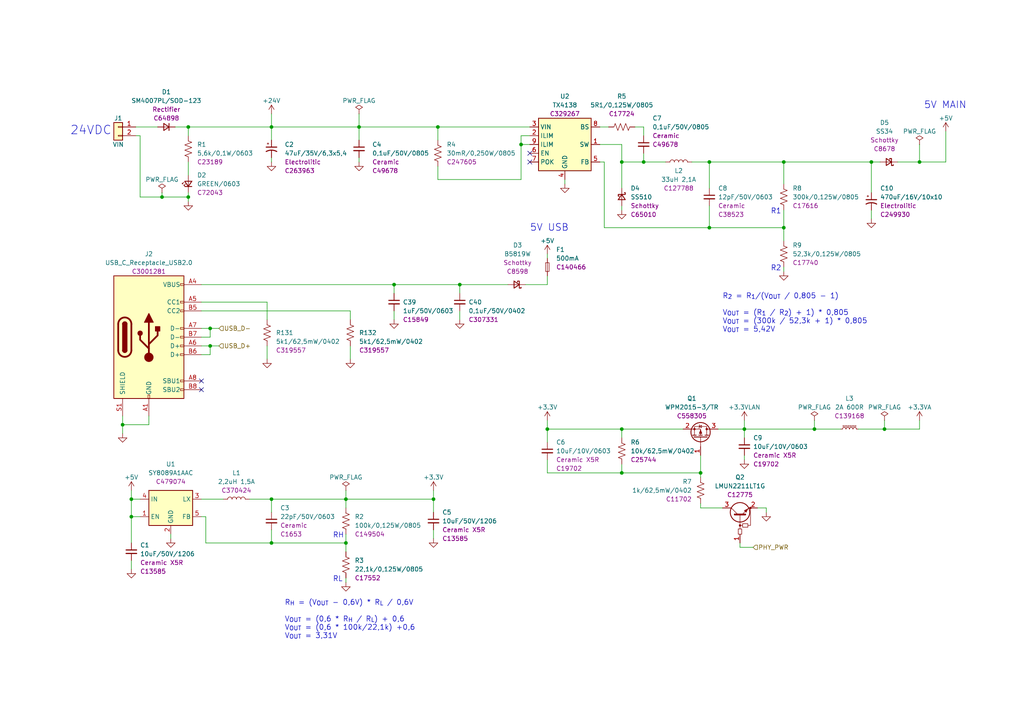
<source format=kicad_sch>
(kicad_sch (version 20230121) (generator eeschema)
  (paper "A4")
  (title_block (title "ESP 16x 24VDC Input 16x 24VDC Output Module") (date "2023-05-05") (rev "V3"))
  (lib_symbols
    (symbol "Connector:USB_C_Receptacle_USB2.0" (pin_names (offset 1.016))
      (property "Reference" "J" (at -10.16 19.05 0))
      (property "Value" "USB_C_Receptacle_USB2.0" (at 19.05 19.05 0))
      (symbol "USB_C_Receptacle_USB2.0_1_1"
        (pin passive line (at 0 -22.86 90) (length 5.08) (name "GND") (number "A1"))
        (pin passive line (at 0 -22.86 90) (length 5.08) hide (name "GND") (number "A12"))
        (pin passive line (at 15.24 15.24 180) (length 5.08) (name "VBUS") (number "A4"))
        (pin bidirectional line (at 15.24 10.16 180) (length 5.08) (name "CC1") (number "A5"))
        (pin bidirectional line (at 15.24 -2.54 180) (length 5.08) (name "D+") (number "A6"))
        (pin bidirectional line (at 15.24 2.54 180) (length 5.08) (name "D-") (number "A7"))
        (pin bidirectional line (at 15.24 -12.7 180) (length 5.08) (name "SBU1") (number "A8"))
        (pin passive line (at 15.24 15.24 180) (length 5.08) hide (name "VBUS") (number "A9"))
        (pin passive line (at 0 -22.86 90) (length 5.08) hide (name "GND") (number "B1"))
        (pin passive line (at 0 -22.86 90) (length 5.08) hide (name "GND") (number "B12"))
        (pin passive line (at 15.24 15.24 180) (length 5.08) hide (name "VBUS") (number "B4"))
        (pin bidirectional line (at 15.24 7.62 180) (length 5.08) (name "CC2") (number "B5"))
        (pin bidirectional line (at 15.24 -5.08 180) (length 5.08) (name "D+") (number "B6"))
        (pin bidirectional line (at 15.24 0 180) (length 5.08) (name "D-") (number "B7"))
        (pin bidirectional line (at 15.24 -15.24 180) (length 5.08) (name "SBU2") (number "B8"))
        (pin passive line (at 15.24 15.24 180) (length 5.08) hide (name "VBUS") (number "B9"))
        (pin passive line (at -7.62 -22.86 90) (length 5.08) (name "SHIELD") (number "S1"))
      )
    )
    (symbol "Connector_Generic:Conn_01x02" (pin_names (offset 1.016) hide)
      (property "Reference" "J" (at 0 2.54 0))
      (property "Value" "Conn_01x02" (at 0 -5.08 0))
      (symbol "Conn_01x02_1_1"
        (pin passive line (at -5.08 0 0) (length 3.81) (name "Pin_1") (number "1"))
        (pin passive line (at -5.08 -2.54 0) (length 3.81) (name "Pin_2") (number "2"))
      )
    )
    (symbol "Device:C_Polarized_Small_US" (pin_numbers hide) (pin_names (offset 0.254) hide)
      (property "Reference" "C" (at 0.254 1.778 0))
      (property "Value" "C_Polarized_Small_US" (at 0.254 -2.032 0))
      (symbol "C_Polarized_Small_US_1_1"
        (pin passive line (at 0 2.54 270) (length 2.032) (name "~") (number "1"))
        (pin passive line (at 0 -2.54 90) (length 2.032) (name "~") (number "2"))
      )
    )
    (symbol "Device:C_Small" (pin_numbers hide) (pin_names (offset 0.254) hide)
      (property "Reference" "C" (at 0.254 1.778 0))
      (property "Value" "C_Small" (at 0.254 -2.032 0))
      (symbol "C_Small_1_1"
        (pin passive line (at 0 2.54 270) (length 2.032) (name "~") (number "1"))
        (pin passive line (at 0 -2.54 90) (length 2.032) (name "~") (number "2"))
      )
    )
    (symbol "Device:D_Schottky_Small" (pin_numbers hide) (pin_names (offset 0.254) hide)
      (property "Reference" "D" (at -1.27 2.032 0))
      (property "Value" "D_Schottky_Small" (at -7.112 -2.032 0))
      (symbol "D_Schottky_Small_1_1"
        (pin passive line (at -2.54 0 0) (length 1.778) (name "K") (number "1"))
        (pin passive line (at 2.54 0 180) (length 1.778) (name "A") (number "2"))
      )
    )
    (symbol "Device:D_Small" (pin_numbers hide) (pin_names (offset 0.254) hide)
      (property "Reference" "D" (at -1.27 2.032 0))
      (property "Value" "D_Small" (at -3.81 -2.032 0))
      (symbol "D_Small_1_1"
        (pin passive line (at -2.54 0 0) (length 1.778) (name "K") (number "1"))
        (pin passive line (at 2.54 0 180) (length 1.778) (name "A") (number "2"))
      )
    )
    (symbol "Device:Fuse_Small" (pin_numbers hide) (pin_names (offset 0.254) hide)
      (property "Reference" "F" (at 0 -1.524 0))
      (property "Value" "Fuse_Small" (at 0 1.524 0))
      (symbol "Fuse_Small_1_1"
        (pin passive line (at -2.54 0 0) (length 1.27) (name "~") (number "1"))
        (pin passive line (at 2.54 0 180) (length 1.27) (name "~") (number "2"))
      )
    )
    (symbol "Device:L" (pin_numbers hide) (pin_names (offset 1.016) hide)
      (property "Reference" "L" (at -1.27 0 90))
      (property "Value" "L" (at 1.905 0 90))
      (symbol "L_1_1"
        (pin passive line (at 0 3.81 270) (length 1.27) (name "1") (number "1"))
        (pin passive line (at 0 -3.81 90) (length 1.27) (name "2") (number "2"))
      )
    )
    (symbol "Device:LED_Small" (pin_numbers hide) (pin_names (offset 0.254) hide)
      (property "Reference" "D" (at -1.27 3.175 0))
      (property "Value" "LED_Small" (at -4.445 -2.54 0))
      (symbol "LED_Small_1_1"
        (pin passive line (at -2.54 0 0) (length 1.778) (name "K") (number "1"))
        (pin passive line (at 2.54 0 180) (length 1.778) (name "A") (number "2"))
      )
    )
    (symbol "Device:L_Ferrite_Small" (pin_numbers hide) (pin_names (offset 0.254) hide)
      (property "Reference" "L" (at 1.27 1.016 0))
      (property "Value" "L_Ferrite_Small" (at 1.27 -1.27 0))
      (symbol "L_Ferrite_Small_1_1"
        (pin passive line (at 0 2.54 270) (length 0.508) (name "~") (number "1"))
        (pin passive line (at 0 -2.54 90) (length 0.508) (name "~") (number "2"))
      )
    )
    (symbol "Device:Q_NPN_BEC_BRT" (pin_names hide)
      (property "Reference" "Q" (at 3.81 1.27 0))
      (property "Value" "Q_NPN_BEC_BRT" (at 3.81 -1.27 0))
      (symbol "Q_NPN_BEC_BRT_1_1"
        (pin input line (at -8.89 0 0) (length 2.54) (name "B") (number "1"))
        (pin passive line (at 1.27 -5.08 90) (length 2.54) (name "E") (number "2"))
        (pin passive line (at 1.27 5.08 270) (length 2.54) (name "C") (number "3"))
      )
    )
    (symbol "Device:Q_PMOS_GSD" (pin_names (offset 0) hide)
      (property "Reference" "Q" (at 5.08 1.27 0))
      (property "Value" "Q_PMOS_GSD" (at 5.08 -1.27 0))
      (symbol "Q_PMOS_GSD_1_1"
        (pin input line (at -5.08 0 0) (length 2.54) (name "G") (number "1"))
        (pin passive line (at 2.54 -5.08 90) (length 2.54) (name "S") (number "2"))
        (pin passive line (at 2.54 5.08 270) (length 2.54) (name "D") (number "3"))
      )
    )
    (symbol "Device:R_US" (pin_numbers hide) (pin_names (offset 0))
      (property "Reference" "R" (at 2.54 0 90))
      (property "Value" "R_US" (at -2.54 0 90))
      (symbol "R_US_1_1"
        (pin passive line (at 0 3.81 270) (length 1.27) (name "~") (number "1"))
        (pin passive line (at 0 -3.81 90) (length 1.27) (name "~") (number "2"))
      )
    )
    (symbol "Tales:+3.3V" (power) (pin_names (offset 0))
      (property "Value" "+3.3V" (at 0 3.556 0))
      (symbol "+3.3V_1_1"
        (pin power_in line (at 0 0 90) (length 0) hide (name "+3.3V") (number "1"))
      )
    )
    (symbol "Tales:+3.3VLAN" (power) (pin_names (offset 0))
      (property "Value" "+3.3VLAN" (at 0 3.556 0))
      (symbol "+3.3VLAN_1_1"
        (pin power_in line (at 0 0 90) (length 0) hide (name "+3.3VLAN") (number "1"))
      )
    )
    (symbol "Tales:SY8089AAAC"
      (property "Reference" "U" (at 0 10.16 0))
      (property "Value" "SY8089AAAC" (at 0 7.62 0))
      (symbol "SY8089AAAC_1_1"
        (pin input line (at -8.89 -2.54 0) (length 2.54) (name "EN") (number "1"))
        (pin power_in line (at 0 -7.62 90) (length 2.54) (name "GND") (number "2"))
        (pin power_out line (at 8.89 2.54 180) (length 2.54) (name "LX") (number "3"))
        (pin power_in line (at -8.89 2.54 0) (length 2.54) (name "IN") (number "4"))
        (pin input line (at 8.89 -2.54 180) (length 2.54) (name "FB") (number "5"))
      )
    )
    (symbol "Tales:TX4138"
      (property "Reference" "U" (at 0 12.7 0))
      (property "Value" "TX4138" (at 0 10.16 0))
      (symbol "TX4138_1_1"
        (pin power_out line (at 10.16 0 180) (length 2.54) (name "SW") (number "1"))
        (pin input line (at -10.16 2.54 0) (length 2.54) (name "ILIM") (number "2"))
        (pin power_in line (at -10.16 5.08 0) (length 2.54) (name "VIN") (number "3"))
        (pin power_in line (at 0 -10.16 90) (length 2.54) (name "GND") (number "4"))
        (pin input line (at 10.16 -5.08 180) (length 2.54) (name "FB") (number "5"))
        (pin input line (at -10.16 -2.54 0) (length 2.54) (name "EN") (number "6"))
        (pin output line (at -10.16 -5.08 0) (length 2.54) (name "POK") (number "7"))
        (pin output line (at 10.16 5.08 180) (length 2.54) (name "BS") (number "8"))
        (pin input line (at -10.16 0 0) (length 2.54) (name "ILIM") (number "9"))
      )
    )
    (symbol "power:+24V" (power) (pin_names (offset 0))
      (property "Value" "+24V" (at 0 3.556 0))
      (symbol "+24V_1_1"
        (pin power_in line (at 0 0 90) (length 0) hide (name "+24V") (number "1"))
      )
    )
    (symbol "power:+3.3VA" (power) (pin_names (offset 0))
      (property "Value" "+3.3VA" (at 0 3.556 0))
      (symbol "+3.3VA_1_1"
        (pin power_in line (at 0 0 90) (length 0) hide (name "+3.3VA") (number "1"))
      )
    )
    (symbol "power:+5V" (power) (pin_names (offset 0))
      (property "Value" "+5V" (at 0 3.556 0))
      (symbol "+5V_1_1"
        (pin power_in line (at 0 0 90) (length 0) hide (name "+5V") (number "1"))
      )
    )
    (symbol "power:GND" (power) (pin_names (offset 0))
      (property "Value" "GND" (at 0 -3.81 0))
      (symbol "GND_1_1"
        (pin power_in line (at 0 0 270) (length 0) hide (name "GND") (number "1"))
      )
    )
    (symbol "power:PWR_FLAG" (power) (pin_numbers hide) (pin_names (offset 0) hide)
      (property "Value" "PWR_FLAG" (at 0 3.81 0))
      (symbol "PWR_FLAG_0_0"
        (pin power_out line (at 0 0 90) (length 0) (name "pwr") (number "1"))
      )
    )
  )
  (junction (at 180.34 46.99))
  (junction (at 180.34 124.46))
  (junction (at 151.13 41.91))
  (junction (at 125.73 144.78))
  (junction (at 205.74 66.04))
  (junction (at 60.96 95.25))
  (junction (at 46.99 57.15))
  (junction (at 266.7 46.99))
  (junction (at 54.61 36.83))
  (junction (at 256.54 124.46))
  (junction (at 127 36.83))
  (junction (at 180.34 137.16))
  (junction (at 133.35 82.55))
  (junction (at 60.96 100.33))
  (junction (at 236.22 124.46))
  (junction (at 104.14 36.83))
  (junction (at 78.74 157.48))
  (junction (at 227.33 66.04))
  (junction (at 38.1 149.86))
  (junction (at 186.69 46.99))
  (junction (at 252.73 46.99))
  (junction (at 215.9 124.46))
  (junction (at 205.74 46.99))
  (junction (at 38.1 144.78))
  (junction (at 54.61 57.15))
  (junction (at 35.56 123.19))
  (junction (at 158.75 124.46))
  (junction (at 114.3 82.55))
  (junction (at 78.74 36.83))
  (junction (at 203.2 137.16))
  (junction (at 100.33 144.78))
  (junction (at 78.74 144.78))
  (junction (at 100.33 157.48))
  (junction (at 227.33 46.99))
  (no_connect (at 153.67 46.99))
  (no_connect (at 153.67 44.45))
  (no_connect (at 58.42 110.49))
  (no_connect (at 58.42 113.03))
  (wire (pts (xy 58.42 82.55) (xy 114.3 82.55)))
  (wire (pts (xy 227.33 46.99) (xy 252.73 46.99)))
  (wire (pts (xy 114.3 90.17) (xy 114.3 92.71)))
  (wire (pts (xy 252.73 46.99) (xy 255.27 46.99)))
  (wire (pts (xy 158.75 80.01) (xy 158.75 82.55)))
  (wire (pts (xy 180.34 46.99) (xy 180.34 54.61)))
  (wire (pts (xy 58.42 100.33) (xy 60.96 100.33)))
  (wire (pts (xy 114.3 82.55) (xy 114.3 85.09)))
  (wire (pts (xy 78.74 153.67) (xy 78.74 157.48)))
  (wire (pts (xy 127 36.83) (xy 153.67 36.83)))
  (wire (pts (xy 125.73 148.59) (xy 125.73 144.78)))
  (wire (pts (xy 227.33 46.99) (xy 227.33 53.34)))
  (wire (pts (xy 180.34 41.91) (xy 180.34 46.99)))
  (wire (pts (xy 125.73 153.67) (xy 125.73 156.21)))
  (wire (pts (xy 203.2 137.16) (xy 203.2 138.43)))
  (wire (pts (xy 54.61 55.88) (xy 54.61 57.15)))
  (wire (pts (xy 203.2 132.08) (xy 203.2 137.16)))
  (wire (pts (xy 60.96 95.25) (xy 63.5 95.25)))
  (wire (pts (xy 100.33 144.78) (xy 100.33 147.32)))
  (wire (pts (xy 39.37 36.83) (xy 45.72 36.83)))
  (wire (pts (xy 227.33 60.96) (xy 227.33 66.04)))
  (wire (pts (xy 49.53 154.94) (xy 49.53 156.21)))
  (wire (pts (xy 127 52.07) (xy 151.13 52.07)))
  (wire (pts (xy 158.75 133.35) (xy 158.75 137.16)))
  (wire (pts (xy 38.1 162.56) (xy 38.1 165.1)))
  (wire (pts (xy 104.14 36.83) (xy 127 36.83)))
  (wire (pts (xy 100.33 154.94) (xy 100.33 157.48)))
  (wire (pts (xy 38.1 144.78) (xy 40.64 144.78)))
  (wire (pts (xy 78.74 144.78) (xy 100.33 144.78)))
  (wire (pts (xy 78.74 36.83) (xy 78.74 40.64)))
  (wire (pts (xy 78.74 33.02) (xy 78.74 36.83)))
  (wire (pts (xy 100.33 167.64) (xy 100.33 168.91)))
  (wire (pts (xy 54.61 36.83) (xy 78.74 36.83)))
  (wire (pts (xy 60.96 97.79) (xy 60.96 95.25)))
  (wire (pts (xy 205.74 66.04) (xy 205.74 59.69)))
  (wire (pts (xy 54.61 36.83) (xy 54.61 39.37)))
  (wire (pts (xy 72.39 144.78) (xy 78.74 144.78)))
  (wire (pts (xy 266.7 46.99) (xy 274.32 46.99)))
  (wire (pts (xy 163.83 52.07) (xy 163.83 53.34)))
  (wire (pts (xy 222.25 147.32) (xy 222.25 148.59)))
  (wire (pts (xy 158.75 121.92) (xy 158.75 124.46)))
  (wire (pts (xy 274.32 46.99) (xy 274.32 38.1)))
  (wire (pts (xy 100.33 157.48) (xy 100.33 160.02)))
  (wire (pts (xy 35.56 123.19) (xy 35.56 125.73)))
  (wire (pts (xy 35.56 120.65) (xy 35.56 123.19)))
  (wire (pts (xy 127 48.26) (xy 127 52.07)))
  (wire (pts (xy 58.42 102.87) (xy 60.96 102.87)))
  (wire (pts (xy 222.25 147.32) (xy 219.71 147.32)))
  (wire (pts (xy 173.99 46.99) (xy 175.26 46.99)))
  (wire (pts (xy 151.13 52.07) (xy 151.13 41.91)))
  (wire (pts (xy 256.54 124.46) (xy 248.92 124.46)))
  (wire (pts (xy 114.3 82.55) (xy 133.35 82.55)))
  (wire (pts (xy 78.74 157.48) (xy 100.33 157.48)))
  (wire (pts (xy 38.1 149.86) (xy 38.1 157.48)))
  (wire (pts (xy 215.9 124.46) (xy 215.9 127)))
  (wire (pts (xy 46.99 57.15) (xy 54.61 57.15)))
  (wire (pts (xy 200.66 46.99) (xy 205.74 46.99)))
  (wire (pts (xy 78.74 45.72) (xy 78.74 46.99)))
  (wire (pts (xy 227.33 66.04) (xy 227.33 69.85)))
  (wire (pts (xy 198.12 124.46) (xy 180.34 124.46)))
  (wire (pts (xy 38.1 142.24) (xy 38.1 144.78)))
  (wire (pts (xy 208.28 124.46) (xy 215.9 124.46)))
  (wire (pts (xy 101.6 100.33) (xy 101.6 104.14)))
  (wire (pts (xy 180.34 134.62) (xy 180.34 137.16)))
  (wire (pts (xy 158.75 137.16) (xy 180.34 137.16)))
  (wire (pts (xy 100.33 142.24) (xy 100.33 144.78)))
  (wire (pts (xy 59.69 157.48) (xy 78.74 157.48)))
  (wire (pts (xy 151.13 41.91) (xy 151.13 39.37)))
  (wire (pts (xy 205.74 46.99) (xy 205.74 54.61)))
  (wire (pts (xy 158.75 73.66) (xy 158.75 74.93)))
  (wire (pts (xy 158.75 124.46) (xy 180.34 124.46)))
  (wire (pts (xy 78.74 36.83) (xy 104.14 36.83)))
  (wire (pts (xy 173.99 36.83) (xy 176.53 36.83)))
  (wire (pts (xy 54.61 46.99) (xy 54.61 50.8)))
  (wire (pts (xy 38.1 144.78) (xy 38.1 149.86)))
  (wire (pts (xy 50.8 36.83) (xy 54.61 36.83)))
  (wire (pts (xy 127 36.83) (xy 127 40.64)))
  (wire (pts (xy 60.96 100.33) (xy 63.5 100.33)))
  (wire (pts (xy 46.99 55.88) (xy 46.99 57.15)))
  (wire (pts (xy 152.4 82.55) (xy 158.75 82.55)))
  (wire (pts (xy 203.2 147.32) (xy 209.55 147.32)))
  (wire (pts (xy 104.14 36.83) (xy 104.14 40.64)))
  (wire (pts (xy 214.63 158.75) (xy 218.44 158.75)))
  (wire (pts (xy 186.69 44.45) (xy 186.69 46.99)))
  (wire (pts (xy 43.18 123.19) (xy 35.56 123.19)))
  (wire (pts (xy 186.69 36.83) (xy 186.69 39.37)))
  (wire (pts (xy 39.37 39.37) (xy 40.64 39.37)))
  (wire (pts (xy 215.9 124.46) (xy 236.22 124.46)))
  (wire (pts (xy 180.34 60.96) (xy 180.34 59.69)))
  (wire (pts (xy 125.73 144.78) (xy 100.33 144.78)))
  (wire (pts (xy 184.15 36.83) (xy 186.69 36.83)))
  (wire (pts (xy 133.35 90.17) (xy 133.35 92.71)))
  (wire (pts (xy 40.64 39.37) (xy 40.64 57.15)))
  (wire (pts (xy 58.42 97.79) (xy 60.96 97.79)))
  (wire (pts (xy 175.26 66.04) (xy 205.74 66.04)))
  (wire (pts (xy 256.54 121.92) (xy 256.54 124.46)))
  (wire (pts (xy 151.13 41.91) (xy 153.67 41.91)))
  (wire (pts (xy 252.73 55.88) (xy 252.73 46.99)))
  (wire (pts (xy 38.1 149.86) (xy 40.64 149.86)))
  (wire (pts (xy 133.35 82.55) (xy 147.32 82.55)))
  (wire (pts (xy 266.7 124.46) (xy 256.54 124.46)))
  (wire (pts (xy 205.74 66.04) (xy 227.33 66.04)))
  (wire (pts (xy 43.18 120.65) (xy 43.18 123.19)))
  (wire (pts (xy 77.47 100.33) (xy 77.47 104.14)))
  (wire (pts (xy 59.69 149.86) (xy 59.69 157.48)))
  (wire (pts (xy 227.33 77.47) (xy 227.33 78.74)))
  (wire (pts (xy 158.75 128.27) (xy 158.75 124.46)))
  (wire (pts (xy 180.34 137.16) (xy 203.2 137.16)))
  (wire (pts (xy 173.99 41.91) (xy 180.34 41.91)))
  (wire (pts (xy 77.47 87.63) (xy 77.47 92.71)))
  (wire (pts (xy 175.26 46.99) (xy 175.26 66.04)))
  (wire (pts (xy 215.9 121.92) (xy 215.9 124.46)))
  (wire (pts (xy 214.63 157.48) (xy 214.63 158.75)))
  (wire (pts (xy 104.14 45.72) (xy 104.14 46.99)))
  (wire (pts (xy 125.73 142.24) (xy 125.73 144.78)))
  (wire (pts (xy 104.14 33.02) (xy 104.14 36.83)))
  (wire (pts (xy 236.22 121.92) (xy 236.22 124.46)))
  (wire (pts (xy 180.34 124.46) (xy 180.34 127)))
  (wire (pts (xy 243.84 124.46) (xy 236.22 124.46)))
  (wire (pts (xy 58.42 144.78) (xy 64.77 144.78)))
  (wire (pts (xy 54.61 57.15) (xy 54.61 58.42)))
  (wire (pts (xy 58.42 87.63) (xy 77.47 87.63)))
  (wire (pts (xy 252.73 60.96) (xy 252.73 63.5)))
  (wire (pts (xy 203.2 146.05) (xy 203.2 147.32)))
  (wire (pts (xy 266.7 124.46) (xy 266.7 121.92)))
  (wire (pts (xy 215.9 132.08) (xy 215.9 133.35)))
  (wire (pts (xy 186.69 46.99) (xy 193.04 46.99)))
  (wire (pts (xy 58.42 149.86) (xy 59.69 149.86)))
  (wire (pts (xy 260.35 46.99) (xy 266.7 46.99)))
  (wire (pts (xy 133.35 82.55) (xy 133.35 85.09)))
  (wire (pts (xy 101.6 90.17) (xy 101.6 92.71)))
  (wire (pts (xy 151.13 39.37) (xy 153.67 39.37)))
  (wire (pts (xy 180.34 46.99) (xy 186.69 46.99)))
  (wire (pts (xy 60.96 102.87) (xy 60.96 100.33)))
  (wire (pts (xy 266.7 41.91) (xy 266.7 46.99)))
  (wire (pts (xy 40.64 57.15) (xy 46.99 57.15)))
  (wire (pts (xy 78.74 144.78) (xy 78.74 148.59)))
  (wire (pts (xy 58.42 95.25) (xy 60.96 95.25)))
  (wire (pts (xy 227.33 46.99) (xy 205.74 46.99)))
  (wire (pts (xy 58.42 90.17) (xy 101.6 90.17)))
  (text "5V MAIN" (at 267.97 31.75 0) (effects (font (size 2 2)) (justify left bottom)))
  (text "5V USB" (at 153.67 67.31 0) (effects (font (size 2 2)) (justify left bottom)))
  (text "R_{H} = (V_{OUT} - 0,6V) * R_{L} / 0,6V\n\nV_{OUT} = (0,6 * R_{H} / R_{L}) + 0,6\nV_{OUT} = (0,6 * 100k/22,1k) +0,6\nV_{OUT} = 3,31V" (at 82.55 185.42 0) (effects (font (size 1.5 1.5)) (justify left bottom)))
  (text "R1" (at 223.52 62.23 0) (effects (font (size 1.5 1.5)) (justify left bottom)))
  (text "RL" (at 96.52 168.91 0) (effects (font (size 1.5 1.5)) (justify left bottom)))
  (text "R_{2} = R_{1}/(V_{OUT} / 0,805 - 1)\n\nV_{OUT} = (R_{1} / R_{2}) + 1) * 0,805\nV_{OUT} = (300k / 52,3k + 1) * 0,805\nV_{OUT} = 5,42V" (at 209.55 96.52 0) (effects (font (size 1.5 1.5)) (justify left bottom)))
  (text "RH" (at 96.52 156.21 0) (effects (font (size 1.5 1.5)) (justify left bottom)))
  (text "24VDC" (at 20.32 39.37 0) (effects (font (size 2.5 2.5)) (justify left bottom)))
  (text "R2" (at 223.52 78.74 0) (effects (font (size 1.5 1.5)) (justify left bottom)))
  (hierarchical_label "PHY_PWR" (shape input) (at 218.44 158.75 0))
  (hierarchical_label "USB_D+" (shape input) (at 63.5 100.33 0))
  (hierarchical_label "USB_D-" (shape input) (at 63.5 95.25 0))
  (symbol (lib_id "Device:C_Small") (at 186.69 41.91 0) (unit 1)
    (property "Reference" "C7" (at 189.23 34.29 0) (effects (justify left)))
    (property "Value" "0,1uF/50V/0805" (at 189.23 36.83 0) (effects (justify left)))
    (property "Footprint" "Tales:C_0805_2012Metric" (effects hide))
    (property "Technology" "Ceramic" (at 189.23 39.37 0) (effects (justify left)))
    (property "Case" "0805/2012" (effects hide))
    (property "Mfr" "Yageo" (effects hide))
    (property "Mfr PN" "CC0805KRX7R9BB104" (effects hide))
    (property "Vendor" "JLCPCB" (effects hide))
    (property "Vendor PN" "C49678" (effects hide))
    (property "LCSC Part #" "C49678" (at 189.23 41.91 0) (effects (justify left)))
    (property "JLCPCB BOM" "1" (effects hide))
  )
  (symbol (lib_id "Device:R_US") (at 227.33 57.15 0) (unit 1)
    (property "Reference" "R8" (at 229.87 54.61 0) (effects (justify left)))
    (property "Value" "300k/0,125W/0805" (at 229.87 57.15 0) (effects (justify left)))
    (property "Footprint" "Tales:R_0805_2012Metric" (effects hide))
    (property "Case" "0805/2012" (effects hide))
    (property "JLCPCB BOM" "1" (effects hide))
    (property "LCSC Part #" "C17616" (at 229.87 59.69 0) (effects (justify left)))
    (property "Mfr" "Uniroyal" (effects hide))
    (property "Mfr PN" "0805W8F3003T5E" (effects hide))
    (property "Vendor" "JLCPCB" (effects hide))
    (property "Vendor PN" "C17616" (effects hide))
  )
  (symbol (lib_id "power:+24V") (at 78.74 33.02 0) (unit 1)
    (property "Reference" "#PWR07" (effects hide))
    (property "Value" "+24V" (at 78.74 29.21 0))
  )
  (symbol (lib_id "Device:C_Small") (at 78.74 151.13 0) (unit 1)
    (property "Reference" "C3" (at 81.28 147.32 0) (effects (justify left)))
    (property "Value" "22pF/50V/0603" (at 81.28 149.86 0) (effects (justify left)))
    (property "Footprint" "Tales:C_0603_1608Metric" (effects hide))
    (property "Case" "0603/1608" (effects hide))
    (property "JLCPCB BOM" "1" (effects hide))
    (property "LCSC Part #" "C1653" (at 81.28 154.94 0) (effects (justify left)))
    (property "Mfr" "Samsung" (effects hide))
    (property "Mfr PN" "CL10C220JB8NNNC" (effects hide))
    (property "Technology" "Ceramic" (at 81.28 152.4 0) (effects (justify left)))
    (property "Vendor" "JLCPCB" (effects hide))
    (property "Vendor PN" "C1653" (effects hide))
  )
  (symbol (lib_id "Device:C_Small") (at 38.1 160.02 0) (unit 1)
    (property "Reference" "C1" (at 40.64 158.115 0) (effects (justify left)))
    (property "Value" "10uF/50V/1206" (at 40.64 160.655 0) (effects (justify left)))
    (property "Footprint" "Tales:C_1206_3216Metric" (effects hide))
    (property "Mfr" "Samsung" (effects hide))
    (property "Mfr PN" "CL31A106KBHNNNE" (effects hide))
    (property "JLCPCB BOM" "1" (effects hide))
    (property "LCSC Part #" "C13585" (at 40.64 165.735 0) (effects (justify left)))
    (property "Technology" "Ceramic X5R" (at 40.64 163.195 0) (effects (justify left)))
    (property "Vendor" "JLCPCB" (effects hide))
    (property "Vendor PN" "C13585" (effects hide))
    (property "Case" "1206/3216" (effects hide))
  )
  (symbol (lib_id "Device:C_Small") (at 114.3 87.63 0) (unit 1)
    (property "Reference" "C39" (at 116.84 87.63 0) (effects (justify left)))
    (property "Value" "1uF/50V/0603" (at 116.84 90.17 0) (effects (justify left)))
    (property "Footprint" "Tales:C_0603_1608Metric" (effects hide))
    (property "Case" "0603/1608" (effects hide))
    (property "JLCPCB BOM" "1" (effects hide))
    (property "LCSC Part #" "C15849" (at 116.84 92.71 0) (effects (justify left)))
    (property "Mfr" "Samsung" (effects hide))
    (property "Mfr PN" "CL10A105KB8NNNC" (effects hide))
    (property "Technology" "Ceramic X5R" (effects hide))
    (property "Vendor" "JLCPCB" (effects hide))
    (property "Vendor PN" "C15849" (effects hide))
  )
  (symbol (lib_id "power:GND") (at 100.33 168.91 0) (unit 1)
    (property "Reference" "#PWR09" (effects hide))
    (property "Value" "GNDREF" (effects hide))
  )
  (symbol (lib_id "Device:L") (at 196.85 46.99 90) (unit 1)
    (property "Reference" "L2" (at 196.85 49.53 90))
    (property "Value" "33uH 2,1A" (at 196.85 52.07 90))
    (property "Footprint" "Tales:L_12x12mm_H6mm" (effects hide))
    (property "Case" "12x12" (effects hide))
    (property "JLCPCB BOM" "1" (effects hide))
    (property "LCSC Part #" "C127788" (at 196.85 54.61 90))
    (property "Mfr" "Sunlord" (effects hide))
    (property "Mfr PN" "SWRH1205B-330MT" (effects hide))
    (property "Vendor" "JLCPCB" (effects hide))
    (property "Vendor PN" "C127788" (effects hide))
  )
  (symbol (lib_id "Tales:SY8089AAAC") (at 49.53 147.32 0) (unit 1)
    (property "Reference" "U1" (at 49.53 134.62 0))
    (property "Value" "SY8089A1AAC" (at 49.53 137.16 0))
    (property "Footprint" "Tales:TSOT-23-5" (effects hide))
    (property "Case" "SOT-23-5" (effects hide))
    (property "JLCPCB BOM" "1" (effects hide))
    (property "LCSC Part #" "C479074" (at 49.53 139.7 0))
    (property "Mfr" "Silergy" (effects hide))
    (property "Mfr PN" "SY8089A1AAC" (effects hide))
    (property "Vendor" "JLCPCB" (effects hide))
    (property "Vendor PN" "C479074" (effects hide))
  )
  (symbol (lib_id "power:GND") (at 125.73 156.21 0) (unit 1)
    (property "Reference" "#PWR012" (effects hide))
    (property "Value" "GNDREF" (effects hide))
  )
  (symbol (lib_id "power:GND") (at 222.25 148.59 0) (unit 1)
    (property "Reference" "#PWR018" (effects hide))
    (property "Value" "GNDREF" (effects hide))
  )
  (symbol (lib_id "Device:Fuse_Small") (at 158.75 77.47 90) (unit 1)
    (property "Reference" "F1" (at 161.29 72.39 90) (effects (justify right)))
    (property "Value" "500mA" (at 161.29 74.93 90) (effects (justify right)))
    (property "Footprint" "Tales:Fuse_1206_3216Metric" (effects hide))
    (property "JLCPCB BOM" "1" (effects hide))
    (property "LCSC Part #" "C140466" (at 161.29 77.47 90) (effects (justify right)))
    (property "Mfr" "Xucheng Elec" (effects hide))
    (property "Mfr PN" "12F.05000063AG12S1B02" (effects hide))
    (property "Vendor" "JLCPCB" (effects hide))
    (property "Vendor PN" "C140466" (effects hide))
    (property "Case" "1206" (effects hide))
  )
  (symbol (lib_id "power:GND") (at 163.83 53.34 0) (unit 1)
    (property "Reference" "#PWR014" (effects hide))
    (property "Value" "GNDREF" (effects hide))
  )
  (symbol (lib_id "Tales:+3.3VLAN") (at 215.9 121.92 0) (unit 1)
    (property "Reference" "#PWR016" (effects hide))
    (property "Value" "+3.3VLAN" (at 215.9 118.11 0))
  )
  (symbol (lib_id "Device:D_Schottky_Small") (at 257.81 46.99 180) (unit 1)
    (property "Reference" "D5" (at 256.54 35.56 0))
    (property "Value" "SS34" (at 256.54 38.1 0))
    (property "Footprint" "Tales:D_SMA" (effects hide))
    (property "JLCPCB BOM" "1" (effects hide))
    (property "LCSC Part #" "C8678" (at 256.54 43.18 0))
    (property "Mfr" "Microdiode" (effects hide))
    (property "Mfr PN" "SS34" (effects hide))
    (property "Technology" "Schottky" (at 256.54 40.64 0))
    (property "Vendor" "JLCPCB" (effects hide))
    (property "Vendor PN" "C8678" (effects hide))
    (property "Case" "SMA" (effects hide))
  )
  (symbol (lib_id "power:PWR_FLAG") (at 266.7 41.91 0) (unit 1)
    (property "Reference" "#FLG05" (effects hide))
    (property "Value" "PWR_FLAG" (at 266.7 38.1 0))
  )
  (symbol (lib_id "power:+5V") (at 38.1 142.24 0) (unit 1)
    (property "Reference" "#PWR02" (effects hide))
    (property "Value" "+5V" (at 38.1 138.43 0))
  )
  (symbol (lib_id "Device:D_Schottky_Small") (at 180.34 57.15 270) (unit 1)
    (property "Reference" "D4" (at 182.88 54.61 90) (effects (justify left)))
    (property "Value" "SS510" (at 182.88 57.15 90) (effects (justify left)))
    (property "Footprint" "Tales:D_SMA" (effects hide))
    (property "Case" "SMA" (effects hide))
    (property "JLCPCB BOM" "1" (effects hide))
    (property "LCSC Part #" "C65010" (at 182.88 62.23 90) (effects (justify left)))
    (property "Mfr" "Microdiode" (effects hide))
    (property "Mfr PN" "SS510" (effects hide))
    (property "Technology" "Schottky" (at 182.88 59.69 90) (effects (justify left)))
    (property "Vendor" "JLCPCB" (effects hide))
    (property "Vendor PN" "C65010" (effects hide))
  )
  (symbol (lib_id "power:+5V") (at 158.75 73.66 0) (unit 1)
    (property "Reference" "#PWR06" (effects hide))
    (property "Value" "+5V" (at 158.75 69.85 0))
  )
  (symbol (lib_id "Device:D_Small") (at 48.26 36.83 180) (unit 1)
    (property "Reference" "D1" (at 48.26 26.67 0))
    (property "Value" "SM4007PL/SOD-123" (at 48.26 29.21 0))
    (property "Footprint" "Tales:D_SOD-123" (effects hide))
    (property "Case" "SOD-123FL" (effects hide))
    (property "Technology" "Rectifier" (at 48.26 31.75 0))
    (property "Mfr" "Microdiode" (effects hide))
    (property "Mfr PN" "SM4007PL" (effects hide))
    (property "Vendor" "JLCPCB" (effects hide))
    (property "Vendor PN" "C64898" (effects hide))
    (property "LCSC Part #" "C64898" (at 48.26 34.29 0))
    (property "JLCPCB BOM" "1" (effects hide))
    (property "Sim.Device" "D" (effects hide))
    (property "Sim.Pins" "1=K 2=A" (effects hide))
  )
  (symbol (lib_id "Device:R_US") (at 180.34 36.83 270) (unit 1)
    (property "Reference" "R5" (at 180.34 27.94 90))
    (property "Value" "5R1/0,125W/0805" (at 180.34 30.48 90))
    (property "Footprint" "Tales:R_0805_2012Metric" (effects hide))
    (property "Case" "0805/2012" (effects hide))
    (property "Mfr" "Uniroyal" (effects hide))
    (property "Mfr PN" "0805W8F510KT5E" (effects hide))
    (property "Vendor" "JLCPCB" (effects hide))
    (property "Vendor PN" "C17724" (effects hide))
    (property "LCSC Part #" "C17724" (at 180.34 33.02 90))
    (property "JLCPCB BOM" "1" (effects hide))
  )
  (symbol (lib_id "power:+3.3VA") (at 266.7 121.92 0) (unit 1)
    (property "Reference" "#PWR021" (effects hide))
    (property "Value" "+3.3VA" (at 266.7 118.11 0))
  )
  (symbol (lib_id "power:GND") (at 35.56 125.73 0) (unit 1)
    (property "Reference" "#PWR01" (effects hide))
    (property "Value" "GNDREF" (effects hide))
  )
  (symbol (lib_id "power:PWR_FLAG") (at 104.14 33.02 0) (unit 1)
    (property "Reference" "#FLG02" (effects hide))
    (property "Value" "PWR_FLAG" (at 104.14 29.21 0))
  )
  (symbol (lib_id "Device:C_Small") (at 125.73 151.13 0) (unit 1)
    (property "Reference" "C5" (at 128.27 148.59 0) (effects (justify left)))
    (property "Value" "10uF/50V/1206" (at 128.27 151.13 0) (effects (justify left)))
    (property "Footprint" "Tales:C_1206_3216Metric" (effects hide))
    (property "Mfr" "Samsung" (effects hide))
    (property "Mfr PN" "CL31A106KBHNNNE" (effects hide))
    (property "JLCPCB BOM" "1" (effects hide))
    (property "LCSC Part #" "C13585" (at 128.27 156.21 0) (effects (justify left)))
    (property "Technology" "Ceramic X5R" (at 128.27 153.67 0) (effects (justify left)))
    (property "Vendor" "JLCPCB" (effects hide))
    (property "Vendor PN" "C13585" (effects hide))
    (property "Case" "1206/3216" (effects hide))
  )
  (symbol (lib_id "Device:D_Schottky_Small") (at 149.86 82.55 180) (unit 1)
    (property "Reference" "D3" (at 150.114 71.12 0))
    (property "Value" "B5819W" (at 150.114 73.66 0))
    (property "Footprint" "Tales:D_SOD-123" (effects hide))
    (property "Technology" "Schottky" (at 150.114 76.2 0))
    (property "Vendor" "JLCPCB" (effects hide))
    (property "Case" "SOD-123" (effects hide))
    (property "JLCPCB BOM" "1" (effects hide))
    (property "LCSC Part #" "C8598" (at 150.114 78.74 0))
    (property "Mfr" "Jiangsu" (effects hide))
    (property "Mfr PN" "B5819W" (effects hide))
    (property "Vendor PN" "C8598" (effects hide))
  )
  (symbol (lib_id "power:GND") (at 38.1 165.1 0) (unit 1)
    (property "Reference" "#PWR03" (effects hide))
    (property "Value" "GNDREF" (effects hide))
  )
  (symbol (lib_id "power:GND") (at 101.6 104.14 0) (unit 1)
    (property "Reference" "#PWR0188" (effects hide))
    (property "Value" "GNDREF" (effects hide))
    (instances (project "ESP-24v-16ch-V3" (path "" (reference "#PWR0188") (unit 1)) (path "" (reference "#PWR01") (unit 1)) (path "" (reference "#PWR01") (unit 1))))
  )
  (symbol (lib_id "power:GND") (at 215.9 133.35 0) (unit 1)
    (property "Reference" "#PWR017" (effects hide))
    (property "Value" "GNDREF" (effects hide))
  )
  (symbol (lib_id "power:GND") (at 54.61 58.42 0) (unit 1)
    (property "Reference" "#PWR05" (effects hide))
    (property "Value" "GND" (effects hide))
  )
  (symbol (lib_id "Device:LED_Small") (at 54.61 53.34 90) (unit 1)
    (property "Reference" "D2" (at 57.15 50.8 90) (effects (justify right)))
    (property "Value" "GREEN/0603" (at 57.15 53.34 90) (effects (justify right)))
    (property "Footprint" "Tales:LED_0603_1608Metric" (effects hide))
    (property "Case" "0603" (effects hide))
    (property "Mfr" "Everlight" (effects hide))
    (property "Mfr PN" "19-217/GHC-YR1S2/3T" (effects hide))
    (property "Vendor" "JLCPCB" (effects hide))
    (property "Vendor PN" "C72043" (effects hide))
    (property "LCSC Part #" "C72043" (at 57.15 55.88 90) (effects (justify right)))
    (property "JLCPCB BOM" "1" (effects hide))
  )
  (symbol (lib_id "power:PWR_FLAG") (at 46.99 55.88 0) (unit 1)
    (property "Reference" "#FLG07" (effects hide))
    (property "Value" "PWR_FLAG" (at 46.99 52.07 0))
  )
  (symbol (lib_id "power:+5V") (at 274.32 38.1 0) (unit 1)
    (property "Reference" "#PWR022" (effects hide))
    (property "Value" "+5V" (at 274.32 34.29 0))
  )
  (symbol (lib_id "Connector_Generic:Conn_01x02") (at 34.29 36.83 0) (mirror y) (unit 1)
    (property "Reference" "J1" (at 34.29 34.29 0))
    (property "Value" "VIN" (at 34.29 41.91 0))
    (property "Footprint" "Tales:TerminalBlock_Phoenix_MKDS-3-2-5.08_1x02_P5.08mm_Horizontal" (effects hide))
    (property "JLCPCB BOM" "0" (effects hide))
    (property "Mfr" "Conexel" (effects hide))
    (property "Mfr PN" "1x LM 5.08/02/90 3.5SN OR BX" (effects hide))
    (property "Vendor" "Conexel" (effects hide))
    (property "Vendor PN" "1x 1716080000" (effects hide))
  )
  (symbol (lib_id "Device:R_US") (at 127 44.45 0) (unit 1)
    (property "Reference" "R4" (at 129.54 41.91 0) (effects (justify left)))
    (property "Value" "30mR/0,250W/0805" (at 129.54 44.45 0) (effects (justify left)))
    (property "Footprint" "Tales:R_0805_2012Metric" (effects hide))
    (property "Case" "0805/2012" (effects hide))
    (property "Mfr" "Uniroyal" (effects hide))
    (property "Mfr PN" "0805W4F300MT5E" (effects hide))
    (property "Vendor" "JLCPCB" (effects hide))
    (property "Vendor PN" "C247605" (effects hide))
    (property "LCSC Part #" "C247605" (at 129.54 46.99 0) (effects (justify left)))
    (property "JLCPCB BOM" "1" (effects hide))
  )
  (symbol (lib_id "Device:C_Small") (at 215.9 129.54 0) (unit 1)
    (property "Reference" "C9" (at 218.44 127 0) (effects (justify left)))
    (property "Value" "10uF/10V/0603" (at 218.44 129.54 0) (effects (justify left)))
    (property "Footprint" "Tales:C_0603_1608Metric" (effects hide))
    (property "Mfr" "Samsung" (effects hide))
    (property "Mfr PN" "CL10A106KP8NNNC" (effects hide))
    (property "JLCPCB BOM" "1" (effects hide))
    (property "LCSC Part #" "C19702" (at 218.44 134.62 0) (effects (justify left)))
    (property "Technology" "Ceramic X5R" (at 218.44 132.08 0) (effects (justify left)))
    (property "Vendor" "JLCPCB" (effects hide))
    (property "Vendor PN" "C19702" (effects hide))
    (property "Case" "0603/1608" (effects hide))
  )
  (symbol (lib_id "power:GND") (at 180.34 60.96 0) (unit 1)
    (property "Reference" "#PWR015" (effects hide))
    (property "Value" "GNDREF" (effects hide))
  )
  (symbol (lib_id "power:GND") (at 77.47 104.14 0) (unit 1)
    (property "Reference" "#PWR0187" (effects hide))
    (property "Value" "GNDREF" (effects hide))
    (instances (project "ESP-24v-16ch-V3" (path "" (reference "#PWR0187") (unit 1)) (path "" (reference "#PWR01") (unit 1)) (path "" (reference "#PWR01") (unit 1))))
  )
  (symbol (lib_id "Device:L_Ferrite_Small") (at 246.38 124.46 90) (unit 1)
    (property "Reference" "L3" (at 246.38 115.57 90))
    (property "Value" "2A 600R" (at 246.38 118.11 90))
    (property "Footprint" "Tales:L_0805_2012Metric" (effects hide))
    (property "Case" "0805/2012" (effects hide))
    (property "JLCPCB BOM" "1" (effects hide))
    (property "LCSC Part #" "C139168" (at 246.38 120.65 90))
    (property "Mfr" "FH" (effects hide))
    (property "Mfr PN" "CBM201209U601T" (effects hide))
    (property "Vendor" "JLCPCB" (effects hide))
    (property "Vendor PN" "C139168" (effects hide))
  )
  (symbol (lib_id "Device:R_US") (at 77.47 96.52 0) (unit 1)
    (property "Reference" "R131" (at 80.01 96.52 0) (effects (justify left)))
    (property "Value" "5k1/62,5mW/0402" (at 80.01 99.06 0) (effects (justify left)))
    (property "Footprint" "Tales:R_0402_1005Metric" (effects hide))
    (property "Case" "0402/1005" (effects hide))
    (property "JLCPCB BOM" "1" (effects hide))
    (property "LCSC Part #" "C319557" (at 80.01 101.6 0) (effects (justify left)))
    (property "Mfr" "Viking Tech" (effects hide))
    (property "Mfr PN" "AR02DTD5101" (effects hide))
    (property "Vendor" "JLCPCB" (effects hide))
    (property "Vendor PN" "C319557" (effects hide))
  )
  (symbol (lib_id "power:PWR_FLAG") (at 236.22 121.92 0) (unit 1)
    (property "Reference" "#FLG03" (effects hide))
    (property "Value" "PWR_FLAG" (at 236.22 118.11 0))
  )
  (symbol (lib_id "Device:Q_PMOS_GSD") (at 203.2 127 270) (mirror x) (unit 1)
    (property "Reference" "Q1" (at 200.66 115.57 90))
    (property "Value" "WPM2015-3/TR" (at 200.66 118.11 90))
    (property "Footprint" "Tales:SOT-23" (effects hide))
    (property "Case" "SOT-23-3" (effects hide))
    (property "JLCPCB BOM" "1" (effects hide))
    (property "LCSC Part #" "C558305" (at 200.66 120.65 90))
    (property "Mfr" "VBSemi" (effects hide))
    (property "Mfr PN" "WPM2015-3/TR" (effects hide))
    (property "Technology" "MOSFET" (effects hide))
    (property "Vendor" "JLCPCB" (effects hide))
    (property "Vendor PN" "C558305" (effects hide))
  )
  (symbol (lib_id "Device:Q_NPN_BEC_BRT") (at 214.63 148.59 90) (unit 1)
    (property "Reference" "Q2" (at 214.63 138.43 90))
    (property "Value" "LMUN2211LT1G" (at 214.63 140.97 90))
    (property "Footprint" "Tales:SOT-23" (effects hide))
    (property "LCSC Part #" "C12775" (at 214.63 143.51 90))
    (property "Vendor PN" "C12775" (effects hide))
    (property "Case" "SOT-23-3" (effects hide))
    (property "JLCPCB BOM" "1" (effects hide))
    (property "Mfr" "LRC" (effects hide))
    (property "Mfr PN" "LMUN2211LT1G" (effects hide))
    (property "Technology" "NPN Pre Biased" (effects hide))
    (property "Vendor" "JLCPCB" (effects hide))
  )
  (symbol (lib_id "Tales:+3.3V") (at 158.75 121.92 0) (unit 1)
    (property "Reference" "#PWR013" (effects hide))
    (property "Value" "+3.3V" (at 158.75 118.11 0))
  )
  (symbol (lib_id "power:GND") (at 49.53 156.21 0) (unit 1)
    (property "Reference" "#PWR04" (effects hide))
    (property "Value" "GNDREF" (effects hide))
  )
  (symbol (lib_id "power:GND") (at 227.33 78.74 0) (unit 1)
    (property "Reference" "#PWR019" (effects hide))
    (property "Value" "GNDREF" (effects hide))
  )
  (symbol (lib_id "Device:C_Small") (at 205.74 57.15 0) (unit 1)
    (property "Reference" "C8" (at 208.28 54.61 0) (effects (justify left)))
    (property "Value" "12pF/50V/0603" (at 208.28 57.15 0) (effects (justify left)))
    (property "Footprint" "Tales:C_0603_1608Metric" (effects hide))
    (property "Case" "0603/1608" (effects hide))
    (property "JLCPCB BOM" "1" (effects hide))
    (property "LCSC Part #" "C38523" (at 208.28 62.23 0) (effects (justify left)))
    (property "Mfr" "Samsung" (effects hide))
    (property "Mfr PN" "CL10C120JB8NNNC" (effects hide))
    (property "Technology" "Ceramic" (at 208.28 59.69 0) (effects (justify left)))
    (property "Vendor" "JLCPCB" (effects hide))
    (property "Vendor PN" "C38523" (effects hide))
  )
  (symbol (lib_id "Device:C_Small") (at 104.14 43.18 0) (unit 1)
    (property "Reference" "C4" (at 107.95 41.91 0) (effects (justify left)))
    (property "Value" "0,1uF/50V/0805" (at 107.95 44.45 0) (effects (justify left)))
    (property "Footprint" "Tales:C_0805_2012Metric" (effects hide))
    (property "Technology" "Ceramic" (at 107.95 46.99 0) (effects (justify left)))
    (property "Case" "0805/2012" (effects hide))
    (property "Mfr" "Yageo" (effects hide))
    (property "Mfr PN" "CC0805KRX7R9BB104" (effects hide))
    (property "Vendor" "JLCPCB" (effects hide))
    (property "Vendor PN" "C49678" (effects hide))
    (property "LCSC Part #" "C49678" (at 107.95 49.53 0) (effects (justify left)))
    (property "JLCPCB BOM" "1" (effects hide))
  )
  (symbol (lib_id "power:GND") (at 104.14 46.99 0) (unit 1)
    (property "Reference" "#PWR010" (effects hide))
    (property "Value" "GNDREF" (effects hide))
  )
  (symbol (lib_id "Tales:TX4138") (at 163.83 41.91 0) (unit 1)
    (property "Reference" "U2" (at 163.83 27.94 0))
    (property "Value" "TX4138" (at 163.83 30.48 0))
    (property "Footprint" "Tales:SOIC-8-1EP_3.9x4.9mm_P1.27mm_EP2.41x3.81mm_ThermalVias" (effects hide))
    (property "Case" "SOIC-8" (effects hide))
    (property "JLCPCB BOM" "1" (effects hide))
    (property "LCSC Part #" "C329267" (at 163.83 33.02 0))
    (property "Mfr" "XDS" (effects hide))
    (property "Mfr PN" "TX4138" (effects hide))
    (property "Vendor" "JLCPCB" (effects hide))
    (property "Vendor PN" "C329267" (effects hide))
  )
  (symbol (lib_id "power:GND") (at 133.35 92.71 0) (unit 1)
    (property "Reference" "#PWR0190" (effects hide))
    (property "Value" "GNDREF" (effects hide))
    (instances (project "ESP-24v-16ch-V3" (path "" (reference "#PWR0190") (unit 1)) (path "" (reference "#PWR01") (unit 1)) (path "" (reference "#PWR01") (unit 1))))
  )
  (symbol (lib_id "Device:R_US") (at 100.33 163.83 0) (unit 1)
    (property "Reference" "R3" (at 102.87 162.56 0) (effects (justify left)))
    (property "Value" "22,1k/0,125W/0805" (at 102.87 165.1 0) (effects (justify left)))
    (property "Footprint" "Tales:R_0805_2012Metric" (effects hide))
    (property "Case" "0805/2012" (effects hide))
    (property "JLCPCB BOM" "1" (effects hide))
    (property "LCSC Part #" "C17552" (at 102.87 167.64 0) (effects (justify left)))
    (property "Mfr" "Uniroyal" (effects hide))
    (property "Mfr PN" "0805W8F2212T5E" (effects hide))
    (property "Vendor" "JLCPCB" (effects hide))
    (property "Vendor PN" "C17552" (effects hide))
  )
  (symbol (lib_id "Device:R_US") (at 100.33 151.13 0) (unit 1)
    (property "Reference" "R2" (at 102.87 149.86 0) (effects (justify left)))
    (property "Value" "100k/0,125W/0805" (at 102.87 152.4 0) (effects (justify left)))
    (property "Footprint" "Tales:R_0805_2012Metric" (effects hide))
    (property "Case" "0805/2012" (effects hide))
    (property "JLCPCB BOM" "1" (effects hide))
    (property "LCSC Part #" "C149504" (at 102.87 154.94 0) (effects (justify left)))
    (property "Mfr" "Uniroyal" (effects hide))
    (property "Mfr PN" "0805W8F1003T5E" (effects hide))
    (property "Vendor" "JLCPCB" (effects hide))
    (property "Vendor PN" "C149504" (effects hide))
  )
  (symbol (lib_id "Connector:USB_C_Receptacle_USB2.0") (at 43.18 97.79 0) (unit 1)
    (property "Reference" "J2" (at 43.18 73.66 0))
    (property "Value" "USB_C_Receptacle_USB2.0" (at 43.18 76.2 0))
    (property "Footprint" "Tales:USB_C_Receptacle_JAE_DX07S024WJ1R350" (effects hide))
    (property "Datasheet" "https://www.usb.org/sites/default/files/documents/usb_type-c.zip" (effects hide))
    (property "JLCPCB BOM" "1" (effects hide))
    (property "LCSC Part #" "C3001281" (at 43.18 78.74 0))
    (property "Mfr" "G-Switch" (effects hide))
    (property "Mfr PN" "GT-USB-7028D" (effects hide))
    (property "Vendor" "JLCPCB" (effects hide))
    (property "Vendor PN" "C3001281" (effects hide))
  )
  (symbol (lib_id "Device:L") (at 68.58 144.78 90) (unit 1)
    (property "Reference" "L1" (at 68.58 137.16 90))
    (property "Value" "2,2uH 1,5A" (at 68.58 139.7 90))
    (property "Footprint" "Tales:L_3x3_H1.5" (effects hide))
    (property "Case" "3x3" (effects hide))
    (property "JLCPCB BOM" "1" (effects hide))
    (property "LCSC Part #" "C370424" (at 68.58 142.24 90))
    (property "Mfr" "Sunlord" (effects hide))
    (property "Mfr PN" "SPH3015H2R2MT" (effects hide))
    (property "Vendor" "JLCPCB" (effects hide))
    (property "Vendor PN" "C370424" (effects hide))
  )
  (symbol (lib_id "power:GND") (at 114.3 92.71 0) (unit 1)
    (property "Reference" "#PWR0189" (effects hide))
    (property "Value" "GNDREF" (effects hide))
    (instances (project "ESP-24v-16ch-V3" (path "" (reference "#PWR0189") (unit 1)) (path "" (reference "#PWR01") (unit 1)) (path "" (reference "#PWR01") (unit 1))))
  )
  (symbol (lib_id "Tales:+3.3V") (at 125.73 142.24 0) (unit 1)
    (property "Reference" "#PWR011" (effects hide))
    (property "Value" "+3.3V" (at 125.73 138.43 0))
  )
  (symbol (lib_id "Device:C_Polarized_Small_US") (at 252.73 58.42 0) (unit 1)
    (property "Reference" "C10" (at 255.27 54.61 0) (effects (justify left)))
    (property "Value" "470uF/16V/10x10" (at 255.27 57.15 0) (effects (justify left)))
    (property "Footprint" "Tales:CP_Elec_10x10" (effects hide))
    (property "Mfr" "Lelon" (effects hide))
    (property "Mfr PN" "VZH471M1CTR-1010" (effects hide))
    (property "JLCPCB BOM" "1" (effects hide))
    (property "LCSC Part #" "C249930" (at 255.27 62.23 0) (effects (justify left)))
    (property "Technology" "Electrolitic" (at 255.27 59.69 0) (effects (justify left)))
    (property "Vendor" "JLCPCB" (effects hide))
    (property "Vendor PN" "C249930" (effects hide))
    (property "Case" "10x10" (effects hide))
  )
  (symbol (lib_id "Device:R_US") (at 54.61 43.18 0) (unit 1)
    (property "Reference" "R1" (at 57.15 41.91 0) (effects (justify left)))
    (property "Value" "5,6k/0,1W/0603" (at 57.15 44.45 0) (effects (justify left)))
    (property "Footprint" "Tales:R_0603_1608Metric" (effects hide))
    (property "Case" "0603/1608" (effects hide))
    (property "Mfr" "Uniroyal" (effects hide))
    (property "Mfr PN" "0603WAF5601T5E" (effects hide))
    (property "Vendor" "JLCPCB" (effects hide))
    (property "Vendor PN" "C23189" (effects hide))
    (property "LCSC Part #" "C23189" (at 57.15 46.99 0) (effects (justify left)))
    (property "JLCPCB BOM" "1" (effects hide))
  )
  (symbol (lib_id "Device:C_Polarized_Small_US") (at 78.74 43.18 0) (unit 1)
    (property "Reference" "C2" (at 82.55 41.91 0) (effects (justify left)))
    (property "Value" "47uF/35V/6,3x5,4" (at 82.55 44.45 0) (effects (justify left)))
    (property "Footprint" "Tales:CP_Elec_6.3x5.4" (effects hide))
    (property "Technology" "Electrolitic" (at 82.55 46.99 0) (effects (justify left)))
    (property "Case" "6,3x5,4" (effects hide))
    (property "Mfr" "Semtech" (effects hide))
    (property "Mfr PN" "CK1V470MCRE54" (effects hide))
    (property "Vendor" "JLCPCB" (effects hide))
    (property "Vendor PN" "C263963" (effects hide))
    (property "JLCPCB BOM" "1" (effects hide))
    (property "LCSC Part #" "C263963" (at 82.55 49.53 0) (effects (justify left)))
  )
  (symbol (lib_id "Device:R_US") (at 227.33 73.66 0) (unit 1)
    (property "Reference" "R9" (at 229.87 71.12 0) (effects (justify left)))
    (property "Value" "52,3k/0,125W/0805" (at 229.87 73.66 0) (effects (justify left)))
    (property "Footprint" "Tales:R_0805_2012Metric" (effects hide))
    (property "Case" "0805/2012" (effects hide))
    (property "JLCPCB BOM" "1" (effects hide))
    (property "LCSC Part #" "C17740" (at 229.87 76.2 0) (effects (justify left)))
    (property "Mfr" "Uniroyal" (effects hide))
    (property "Mfr PN" "0805W8F5232T5E" (effects hide))
    (property "Vendor" "JLCPCB" (effects hide))
    (property "Vendor PN" "C17740" (effects hide))
  )
  (symbol (lib_id "Device:C_Small") (at 133.35 87.63 0) (unit 1)
    (property "Reference" "C40" (at 135.89 87.63 0) (effects (justify left)))
    (property "Value" "0,1uF/50V/0402" (at 135.89 90.17 0) (effects (justify left)))
    (property "Footprint" "Tales:C_0402_1005Metric" (effects hide))
    (property "Case" "0402/1005" (effects hide))
    (property "JLCPCB BOM" "1" (effects hide))
    (property "LCSC Part #" "C307331" (at 135.89 92.71 0) (effects (justify left)))
    (property "Mfr" "Samsung" (effects hide))
    (property "Mfr PN" "CL05B104KB54PNC" (effects hide))
    (property "Technology" "Ceramic X7R" (effects hide))
    (property "Vendor" "JLCPCB" (effects hide))
    (property "Vendor PN" "C307331" (effects hide))
  )
  (symbol (lib_id "power:PWR_FLAG") (at 100.33 142.24 0) (unit 1)
    (property "Reference" "#FLG01" (effects hide))
    (property "Value" "PWR_FLAG" (at 100.33 138.43 0))
  )
  (symbol (lib_id "Device:R_US") (at 101.6 96.52 0) (unit 1)
    (property "Reference" "R132" (at 104.14 96.52 0) (effects (justify left)))
    (property "Value" "5k1/62,5mW/0402" (at 104.14 99.06 0) (effects (justify left)))
    (property "Footprint" "Tales:R_0402_1005Metric" (effects hide))
    (property "Case" "0402/1005" (effects hide))
    (property "JLCPCB BOM" "1" (effects hide))
    (property "LCSC Part #" "C319557" (at 104.14 101.6 0) (effects (justify left)))
    (property "Mfr" "Viking Tech" (effects hide))
    (property "Mfr PN" "AR02DTD5101" (effects hide))
    (property "Vendor" "JLCPCB" (effects hide))
    (property "Vendor PN" "C319557" (effects hide))
  )
  (symbol (lib_id "power:PWR_FLAG") (at 256.54 121.92 0) (unit 1)
    (property "Reference" "#FLG04" (effects hide))
    (property "Value" "PWR_FLAG" (at 256.54 118.11 0))
  )
  (symbol (lib_id "Device:R_US") (at 180.34 130.81 0) (unit 1)
    (property "Reference" "R6" (at 182.88 128.27 0) (effects (justify left)))
    (property "Value" "10k/62,5mW/0402" (at 182.88 130.81 0) (effects (justify left)))
    (property "Footprint" "Tales:R_0402_1005Metric" (effects hide))
    (property "Case" "0402/1005" (effects hide))
    (property "Mfr" "Uniroyal" (effects hide))
    (property "Vendor" "JLCPCB" (effects hide))
    (property "Mfr PN" "0402WGF1002TCE" (effects hide))
    (property "Vendor PN" "C25744" (effects hide))
    (property "LCSC Part #" "C25744" (at 182.88 133.35 0) (effects (justify left)))
    (property "JLCPCB BOM" "1" (effects hide))
  )
  (symbol (lib_id "Device:R_US") (at 203.2 142.24 180) (unit 1)
    (property "Reference" "R7" (at 200.66 139.7 0) (effects (justify left)))
    (property "Value" "1k/62,5mW/0402" (at 200.66 142.24 0) (effects (justify left)))
    (property "Footprint" "Tales:R_0402_1005Metric" (effects hide))
    (property "Case" "0402/1005" (effects hide))
    (property "Mfr" "Uniroyal" (effects hide))
    (property "Mfr PN" "0402WGF1001TCE" (effects hide))
    (property "Vendor" "JLCPCB" (effects hide))
    (property "Vendor PN" "C11702" (effects hide))
    (property "LCSC Part #" "C11702" (at 200.66 144.78 0) (effects (justify left)))
    (property "JLCPCB BOM" "1" (effects hide))
  )
  (symbol (lib_id "power:GND") (at 78.74 46.99 0) (unit 1)
    (property "Reference" "#PWR08" (effects hide))
    (property "Value" "GNDREF" (effects hide))
  )
  (symbol (lib_id "Device:C_Small") (at 158.75 130.81 0) (unit 1)
    (property "Reference" "C6" (at 161.29 128.27 0) (effects (justify left)))
    (property "Value" "10uF/10V/0603" (at 161.29 130.81 0) (effects (justify left)))
    (property "Footprint" "Tales:C_0603_1608Metric" (effects hide))
    (property "Mfr" "Samsung" (effects hide))
    (property "Mfr PN" "CL10A106KP8NNNC" (effects hide))
    (property "JLCPCB BOM" "1" (effects hide))
    (property "LCSC Part #" "C19702" (at 161.29 135.89 0) (effects (justify left)))
    (property "Technology" "Ceramic X5R" (at 161.29 133.35 0) (effects (justify left)))
    (property "Vendor" "JLCPCB" (effects hide))
    (property "Vendor PN" "C19702" (effects hide))
    (property "Case" "0603/1608" (effects hide))
  )
  (symbol (lib_id "power:GND") (at 252.73 63.5 0) (unit 1)
    (property "Reference" "#PWR020" (effects hide))
    (property "Value" "GNDREF" (effects hide))
  )
)
</source>
